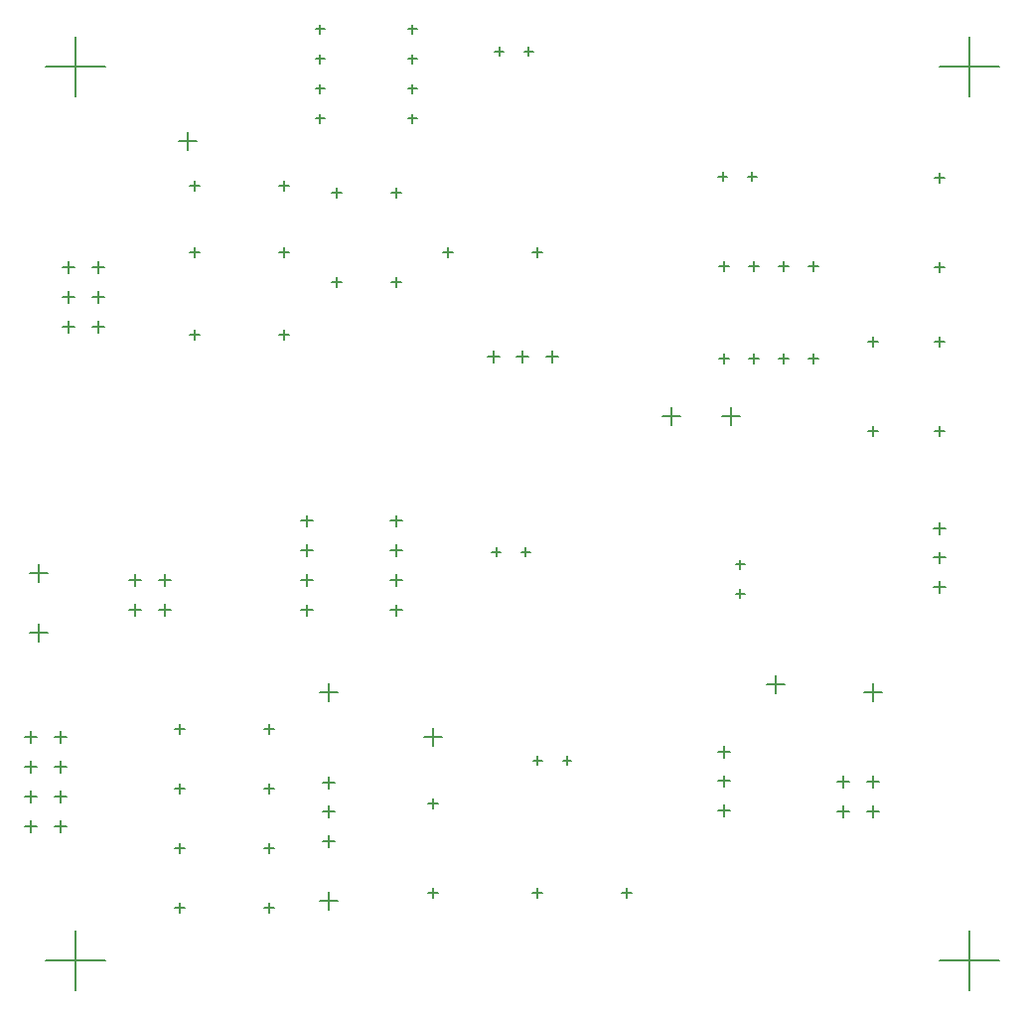
<source format=gbr>
G04 Layer_Color=128*
%FSLAX23Y23*%
%MOIN*%
%TF.FileFunction,Drillmap*%
%TF.Part,Single*%
G01*
G75*
%TA.AperFunction,NonConductor*%
%ADD47C,0.005*%
D47*
X1250Y1150D02*
Y1350D01*
X1350Y1250D02*
X1150D01*
X1583Y1425D02*
X1617D01*
X1600Y1408D02*
Y1442D01*
X1883Y1425D02*
X1917D01*
X1900Y1408D02*
Y1442D01*
X2070Y1450D02*
X2130D01*
X2100Y1420D02*
Y1480D01*
Y1630D02*
Y1670D01*
X2120Y1650D02*
X2080D01*
X2100Y1729D02*
Y1768D01*
X2120Y1748D02*
X2080D01*
X2100Y1827D02*
Y1867D01*
X2120Y1847D02*
X2080D01*
X1917Y1825D02*
X1883D01*
X1900Y1808D02*
Y1842D01*
X1883Y1625D02*
X1917D01*
X1900Y1608D02*
Y1642D01*
X1600Y1808D02*
Y1842D01*
X1617Y1825D02*
X1583D01*
Y1625D02*
X1617D01*
X1600Y1608D02*
Y1642D01*
X1900Y2008D02*
Y2042D01*
X1917Y2025D02*
X1883D01*
X2070Y2150D02*
X2130D01*
X2100Y2120D02*
Y2180D01*
X2450Y1970D02*
Y2030D01*
X2420Y2000D02*
X2480D01*
X2467Y1775D02*
X2433D01*
X2450Y1758D02*
Y1792D01*
Y1492D02*
Y1458D01*
X2433Y1475D02*
X2467D01*
X2783D02*
X2817D01*
X2800Y1458D02*
Y1492D01*
X3083Y1475D02*
X3117D01*
X3100Y1458D02*
Y1492D01*
X3405Y1753D02*
X3445D01*
X3425Y1733D02*
Y1773D01*
Y1832D02*
Y1871D01*
X3405Y1852D02*
X3445D01*
X3425Y1930D02*
Y1970D01*
X3405Y1950D02*
X3445D01*
X3600Y2145D02*
Y2205D01*
X3630Y2175D02*
X3570D01*
X3805Y1850D02*
X3845D01*
X3825Y1830D02*
Y1870D01*
Y1770D02*
Y1730D01*
X3805Y1750D02*
X3845D01*
X3905D02*
X3945D01*
X3925Y1730D02*
Y1770D01*
Y1830D02*
Y1870D01*
X3905Y1850D02*
X3945D01*
X3925Y2120D02*
Y2180D01*
X3955Y2150D02*
X3895D01*
X4150Y2483D02*
Y2523D01*
X4130Y2503D02*
X4170D01*
X4150Y2582D02*
Y2621D01*
X4130Y2602D02*
X4170D01*
X4150Y2680D02*
Y2720D01*
X4130Y2700D02*
X4170D01*
X4150Y3008D02*
Y3042D01*
X4133Y3025D02*
X4167D01*
X3942D02*
X3908D01*
X3925Y3008D02*
Y3042D01*
X3725Y3254D02*
Y3286D01*
X3709Y3270D02*
X3741D01*
X3641D02*
X3609D01*
X3625Y3254D02*
Y3286D01*
X3541Y3270D02*
X3509D01*
X3525Y3254D02*
Y3286D01*
X3441Y3270D02*
X3409D01*
X3425Y3254D02*
Y3286D01*
X3450Y3105D02*
Y3045D01*
X3420Y3075D02*
X3480D01*
X3250Y3105D02*
Y3045D01*
X3220Y3075D02*
X3280D01*
X2848Y3255D02*
Y3295D01*
X2829Y3275D02*
X2868D01*
X2770D02*
X2730D01*
X2750Y3255D02*
Y3295D01*
X2671Y3275D02*
X2632D01*
X2652Y3255D02*
Y3295D01*
X2325Y3508D02*
Y3542D01*
X2308Y3525D02*
X2342D01*
X2483Y3625D02*
X2517D01*
X2500Y3608D02*
Y3642D01*
X2783Y3625D02*
X2817D01*
X2800Y3608D02*
Y3642D01*
X2380Y4159D02*
Y4191D01*
X2364Y4175D02*
X2396D01*
Y4075D02*
X2364D01*
X2380Y4059D02*
Y4091D01*
X2342Y3825D02*
X2308D01*
X2325Y3808D02*
Y3842D01*
X2142Y3825D02*
X2108D01*
X2125Y3808D02*
Y3842D01*
X2070Y4059D02*
Y4091D01*
X2054Y4075D02*
X2086D01*
X2070Y4159D02*
Y4191D01*
X2054Y4175D02*
X2086D01*
X2070Y4259D02*
Y4291D01*
X2054Y4275D02*
X2086D01*
X2070Y4359D02*
Y4391D01*
X2054Y4375D02*
X2086D01*
X2364Y4275D02*
X2396D01*
X2380Y4259D02*
Y4291D01*
Y4359D02*
Y4391D01*
X2364Y4375D02*
X2396D01*
X2671Y4285D02*
Y4315D01*
X2656Y4300D02*
X2686D01*
X2769Y4285D02*
Y4315D01*
X2754Y4300D02*
X2784D01*
X3407Y3880D02*
X3436D01*
X3422Y3865D02*
Y3895D01*
X3505Y3880D02*
X3535D01*
X3520Y3865D02*
Y3895D01*
X3441Y3580D02*
X3409D01*
X3425Y3564D02*
Y3596D01*
X3509Y3580D02*
X3541D01*
X3525Y3564D02*
Y3596D01*
X3609Y3580D02*
X3641D01*
X3625Y3564D02*
Y3596D01*
X3709Y3580D02*
X3741D01*
X3725Y3564D02*
Y3596D01*
X3908Y3325D02*
X3942D01*
X3925Y3308D02*
Y3342D01*
X4133Y3325D02*
X4167D01*
X4150Y3308D02*
Y3342D01*
Y3558D02*
Y3592D01*
X4133Y3575D02*
X4167D01*
X4150Y3858D02*
Y3892D01*
X4133Y3875D02*
X4167D01*
X4250Y4150D02*
Y4350D01*
X4350Y4250D02*
X4150D01*
X2676Y2620D02*
X2647D01*
X2662Y2605D02*
Y2635D01*
X2745Y2620D02*
X2775D01*
X2760Y2605D02*
Y2635D01*
X2325Y2705D02*
Y2744D01*
X2306Y2725D02*
X2345D01*
Y2625D02*
X2306D01*
X2325Y2605D02*
Y2645D01*
Y2545D02*
Y2506D01*
X2306Y2525D02*
X2345D01*
Y2425D02*
X2306D01*
X2325Y2405D02*
Y2444D01*
X2025Y2705D02*
Y2744D01*
X2006Y2725D02*
X2045D01*
Y2625D02*
X2006D01*
X2025Y2605D02*
Y2645D01*
Y2545D02*
Y2506D01*
X2006Y2525D02*
X2045D01*
Y2425D02*
X2006D01*
X2025Y2405D02*
Y2444D01*
X1617Y2025D02*
X1583D01*
X1600Y2008D02*
Y2042D01*
X1550Y2405D02*
Y2445D01*
X1530Y2425D02*
X1570D01*
X1550Y2505D02*
Y2545D01*
X1530Y2525D02*
X1570D01*
X1470D02*
X1430D01*
X1450Y2505D02*
Y2545D01*
Y2445D02*
Y2405D01*
X1430Y2425D02*
X1470D01*
X1125Y2520D02*
Y2580D01*
X1155Y2550D02*
X1095D01*
Y2350D02*
X1155D01*
X1125Y2320D02*
Y2380D01*
X1080Y2000D02*
X1120D01*
X1100Y2020D02*
Y1980D01*
Y1920D02*
Y1880D01*
Y1820D02*
Y1780D01*
Y1720D02*
Y1680D01*
X1200D02*
Y1720D01*
X1220Y1700D02*
X1180D01*
X1120D02*
X1080D01*
X1120Y1800D02*
X1080D01*
X1180D02*
X1220D01*
X1200Y1820D02*
Y1780D01*
Y1880D02*
Y1920D01*
X1220Y1900D02*
X1180D01*
X1120D02*
X1080D01*
X1180Y2000D02*
X1220D01*
X1200Y2020D02*
Y1980D01*
X1933Y3350D02*
X1967D01*
X1950Y3333D02*
Y3367D01*
X2108Y3525D02*
X2142D01*
X2125Y3508D02*
Y3542D01*
X1950Y3608D02*
Y3642D01*
X1933Y3625D02*
X1967D01*
X1950Y3833D02*
Y3867D01*
X1933Y3850D02*
X1967D01*
X1655Y4000D02*
X1595D01*
X1625Y3970D02*
Y4030D01*
X1633Y3850D02*
X1667D01*
X1650Y3833D02*
Y3867D01*
Y3642D02*
Y3608D01*
X1633Y3625D02*
X1667D01*
Y3350D02*
X1633D01*
X1650Y3333D02*
Y3367D01*
X1325Y3555D02*
Y3595D01*
X1305Y3575D02*
X1345D01*
Y3475D02*
X1305D01*
X1325Y3455D02*
Y3495D01*
Y3395D02*
Y3355D01*
X1305Y3375D02*
X1345D01*
X1225Y3455D02*
Y3495D01*
X1205Y3475D02*
X1245D01*
Y3375D02*
X1205D01*
X1225Y3355D02*
Y3395D01*
Y3555D02*
Y3595D01*
X1205Y3575D02*
X1245D01*
X1250Y4150D02*
Y4350D01*
X1350Y4250D02*
X1150D01*
X2785Y1920D02*
X2815D01*
X2800Y1905D02*
Y1935D01*
X2884Y1920D02*
X2913D01*
X2898Y1905D02*
Y1935D01*
X3465Y2480D02*
X3495D01*
X3480Y2465D02*
Y2495D01*
Y2564D02*
Y2593D01*
X3465Y2578D02*
X3495D01*
X4250Y1350D02*
Y1150D01*
X4350Y1250D02*
X4150D01*
%TF.MD5,271dc03e9113fc17401c918cfe138000*%
M02*

</source>
